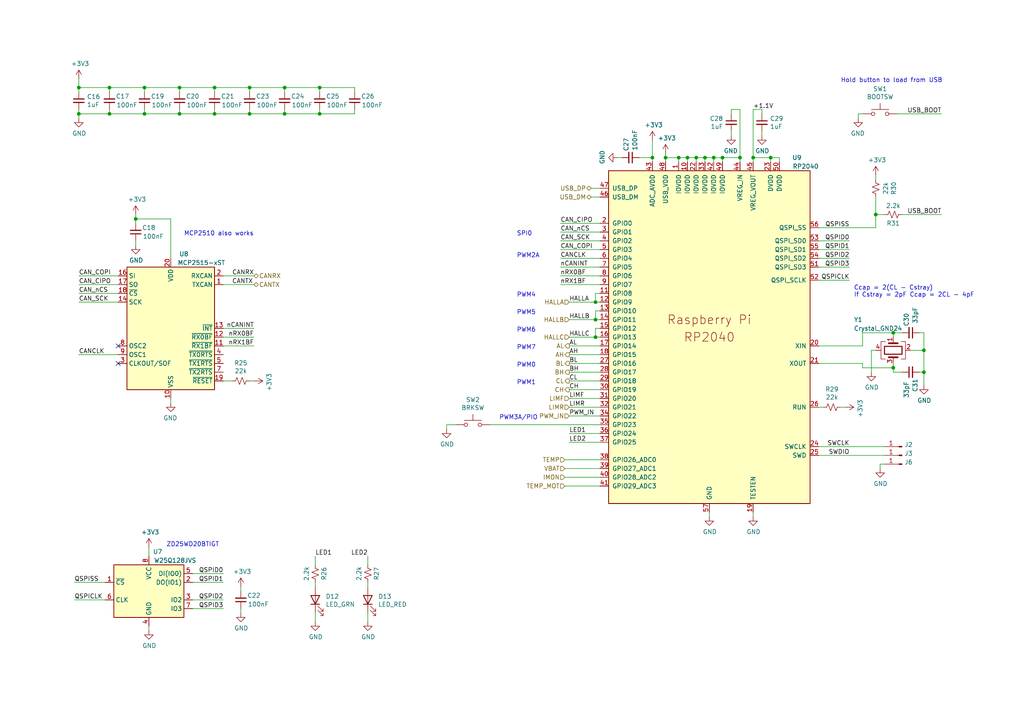
<source format=kicad_sch>
(kicad_sch (version 20211123) (generator eeschema)
  (paper "A4")
  (lib_symbols
    (symbol "Connector:Conn_01x01_Male" (pin_names (offset 1.016) hide)
      (property "Reference" "J" (at 0 2.54 0))
      (property "Value" "Conn_01x01_Male" (at 0 -2.54 0))
      (symbol "Conn_01x01_Male_1_1"
        (polyline (pts (xy 1.27 0) (xy 0.8636 0)) (stroke (width 0.1524)))
        (rectangle (start 0.8636 0.127) (end 0 -0.127) (stroke (width 0.1524)) (fill (type outline)))
        (pin passive line (at 5.08 0 180) (length 3.81) (name "Pin_1") (number "1"))
      )
    )
    (symbol "Device:C_Small" (pin_numbers hide) (pin_names (offset 0.254) hide)
      (property "Reference" "C" (at 0.254 1.778 0))
      (property "Value" "C_Small" (at 0.254 -2.032 0))
      (symbol "C_Small_0_1"
        (polyline (pts (xy -1.524 -0.508) (xy 1.524 -0.508)) (stroke (width 0.3302)))
        (polyline (pts (xy -1.524 0.508) (xy 1.524 0.508)) (stroke (width 0.3048)))
      )
      (symbol "C_Small_1_1"
        (pin passive line (at 0 2.54 270) (length 2.032) (name "~") (number "1"))
        (pin passive line (at 0 -2.54 90) (length 2.032) (name "~") (number "2"))
      )
    )
    (symbol "Device:Crystal_GND24" (pin_names (offset 1.016) hide)
      (property "Reference" "Y" (at 3.175 5.08 0))
      (property "Value" "Crystal_GND24" (at 3.175 3.175 0))
      (symbol "Crystal_GND24_0_1"
        (rectangle (start -1.143 2.54) (end 1.143 -2.54) (stroke (width 0.3048)))
        (polyline (pts (xy -2.54 0) (xy -2.032 0)))
        (polyline (pts (xy -2.032 -1.27) (xy -2.032 1.27)) (stroke (width 0.508)))
        (polyline (pts (xy 0 -3.81) (xy 0 -3.556)))
        (polyline (pts (xy 0 3.556) (xy 0 3.81)))
        (polyline (pts (xy 2.032 -1.27) (xy 2.032 1.27)) (stroke (width 0.508)))
        (polyline (pts (xy 2.032 0) (xy 2.54 0)))
        (polyline (pts (xy -2.54 -2.286) (xy -2.54 -3.556) (xy 2.54 -3.556) (xy 2.54 -2.286)))
        (polyline (pts (xy -2.54 2.286) (xy -2.54 3.556) (xy 2.54 3.556) (xy 2.54 2.286)))
      )
      (symbol "Crystal_GND24_1_1"
        (pin passive line (at -3.81 0 0) (length 1.27) (name "1") (number "1"))
        (pin passive line (at 0 5.08 270) (length 1.27) (name "2") (number "2"))
        (pin passive line (at 3.81 0 180) (length 1.27) (name "3") (number "3"))
        (pin passive line (at 0 -5.08 90) (length 1.27) (name "4") (number "4"))
      )
    )
    (symbol "Device:LED" (pin_numbers hide) (pin_names (offset 1.016) hide)
      (property "Reference" "D" (at 0 2.54 0))
      (property "Value" "LED" (at 0 -2.54 0))
      (symbol "LED_0_1"
        (polyline (pts (xy -1.27 -1.27) (xy -1.27 1.27)) (stroke (width 0.254)))
        (polyline (pts (xy -1.27 0) (xy 1.27 0)))
        (polyline (pts (xy 1.27 -1.27) (xy 1.27 1.27) (xy -1.27 0) (xy 1.27 -1.27)) (stroke (width 0.254)))
        (polyline (pts (xy -3.048 -0.762) (xy -4.572 -2.286) (xy -3.81 -2.286) (xy -4.572 -2.286) (xy -4.572 -1.524)))
        (polyline (pts (xy -1.778 -0.762) (xy -3.302 -2.286) (xy -2.54 -2.286) (xy -3.302 -2.286) (xy -3.302 -1.524)))
      )
      (symbol "LED_1_1"
        (pin passive line (at -3.81 0 0) (length 2.54) (name "K") (number "1"))
        (pin passive line (at 3.81 0 180) (length 2.54) (name "A") (number "2"))
      )
    )
    (symbol "Device:R_Small_US" (pin_numbers hide) (pin_names (offset 0.254) hide)
      (property "Reference" "R" (at 0.762 0.508 0))
      (property "Value" "R_Small_US" (at 0.762 -1.016 0))
      (symbol "R_Small_US_1_1"
        (polyline (pts (xy 0 0) (xy 1.016 -0.381) (xy 0 -0.762) (xy -1.016 -1.143) (xy 0 -1.524)))
        (polyline (pts (xy 0 1.524) (xy 1.016 1.143) (xy 0 0.762) (xy -1.016 0.381) (xy 0 0)))
        (pin passive line (at 0 2.54 270) (length 1.016) (name "~") (number "1"))
        (pin passive line (at 0 -2.54 90) (length 1.016) (name "~") (number "2"))
      )
    )
    (symbol "Interface_CAN_LIN:MCP2515-xST"
      (property "Reference" "U" (at -10.16 19.685 0))
      (property "Value" "MCP2515-xST" (at 19.05 20.32 0))
      (symbol "MCP2515-xST_0_1"
        (rectangle (start -12.7 17.78) (end 12.7 -17.78) (stroke (width 0.254)) (fill (type background)))
      )
      (symbol "MCP2515-xST_1_1"
        (pin output line (at 15.24 12.7 180) (length 2.54) (name "TXCAN") (number "1"))
        (pin power_in line (at 0 -20.32 90) (length 2.54) (name "VSS") (number "10"))
        (pin output line (at 15.24 -5.08 180) (length 2.54) (name "~{RX1BF}") (number "11"))
        (pin output line (at 15.24 -2.54 180) (length 2.54) (name "~{RX0BF}") (number "12"))
        (pin output line (at 15.24 0 180) (length 2.54) (name "~{INT}") (number "13"))
        (pin input line (at -15.24 7.62 0) (length 2.54) (name "SCK") (number "14"))
        (pin no_connect line (at -12.7 -2.54 0) (length 2.54) hide (name "NC") (number "15"))
        (pin input line (at -15.24 15.24 0) (length 2.54) (name "SI") (number "16"))
        (pin output line (at -15.24 12.7 0) (length 2.54) (name "SO") (number "17"))
        (pin input line (at -15.24 10.16 0) (length 2.54) (name "~{CS}") (number "18"))
        (pin input line (at 15.24 -15.24 180) (length 2.54) (name "~{RESET}") (number "19"))
        (pin input line (at 15.24 15.24 180) (length 2.54) (name "RXCAN") (number "2"))
        (pin power_in line (at 0 20.32 270) (length 2.54) (name "VDD") (number "20"))
        (pin output line (at -15.24 -10.16 0) (length 2.54) (name "CLKOUT/SOF") (number "3"))
        (pin input line (at 15.24 -7.62 180) (length 2.54) (name "~{TX0RTS}") (number "4"))
        (pin input line (at 15.24 -10.16 180) (length 2.54) (name "~{TX1RTS}") (number "5"))
        (pin no_connect line (at -12.7 0 0) (length 2.54) hide (name "NC") (number "6"))
        (pin input line (at 15.24 -12.7 180) (length 2.54) (name "~{TX2RTS}") (number "7"))
        (pin output line (at -15.24 -5.08 0) (length 2.54) (name "OSC2") (number "8"))
        (pin input line (at -15.24 -7.62 0) (length 2.54) (name "OSC1") (number "9"))
      )
    )
    (symbol "MCU_RaspberryPi_and_Boards:RP2040" (pin_names (offset 1.016))
      (property "Reference" "U" (at -29.21 49.53 0))
      (property "Value" "MCU_RaspberryPi_and_Boards_RP2040" (at 24.13 -49.53 0))
      (symbol "RP2040_0_0"
        (text "Raspberry Pi" (at 0 5.08 0) (effects (font (size 2.54 2.54))))
        (text "RP2040" (at 0 0 0) (effects (font (size 2.54 2.54))))
      )
      (symbol "RP2040_0_1"
        (rectangle (start 29.21 48.26) (end -29.21 -48.26) (stroke (width 0.254)) (fill (type background)))
      )
      (symbol "RP2040_1_1"
        (pin power_in line (at 8.89 50.8 270) (length 2.54) (name "IOVDD") (number "1"))
        (pin power_in line (at 6.35 50.8 270) (length 2.54) (name "IOVDD") (number "10"))
        (pin bidirectional line (at 31.75 12.7 180) (length 2.54) (name "GPIO8") (number "11"))
        (pin bidirectional line (at 31.75 10.16 180) (length 2.54) (name "GPIO9") (number "12"))
        (pin bidirectional line (at 31.75 7.62 180) (length 2.54) (name "GPIO10") (number "13"))
        (pin bidirectional line (at 31.75 5.08 180) (length 2.54) (name "GPIO11") (number "14"))
        (pin bidirectional line (at 31.75 2.54 180) (length 2.54) (name "GPIO12") (number "15"))
        (pin bidirectional line (at 31.75 0 180) (length 2.54) (name "GPIO13") (number "16"))
        (pin bidirectional line (at 31.75 -2.54 180) (length 2.54) (name "GPIO14") (number "17"))
        (pin bidirectional line (at 31.75 -5.08 180) (length 2.54) (name "GPIO15") (number "18"))
        (pin passive line (at -12.7 -50.8 90) (length 2.54) (name "TESTEN") (number "19"))
        (pin bidirectional line (at 31.75 33.02 180) (length 2.54) (name "GPIO0") (number "2"))
        (pin input line (at -31.75 -2.54 0) (length 2.54) (name "XIN") (number "20"))
        (pin passive line (at -31.75 -7.62 0) (length 2.54) (name "XOUT") (number "21"))
        (pin power_in line (at 3.81 50.8 270) (length 2.54) (name "IOVDD") (number "22"))
        (pin power_in line (at -17.78 50.8 270) (length 2.54) (name "DVDD") (number "23"))
        (pin output line (at -31.75 -31.75 0) (length 2.54) (name "SWCLK") (number "24"))
        (pin bidirectional line (at -31.75 -34.29 0) (length 2.54) (name "SWD") (number "25"))
        (pin input line (at -31.75 -20.32 0) (length 2.54) (name "RUN") (number "26"))
        (pin bidirectional line (at 31.75 -7.62 180) (length 2.54) (name "GPIO16") (number "27"))
        (pin bidirectional line (at 31.75 -10.16 180) (length 2.54) (name "GPIO17") (number "28"))
        (pin bidirectional line (at 31.75 -12.7 180) (length 2.54) (name "GPIO18") (number "29"))
        (pin bidirectional line (at 31.75 30.48 180) (length 2.54) (name "GPIO1") (number "3"))
        (pin bidirectional line (at 31.75 -15.24 180) (length 2.54) (name "GPIO19") (number "30"))
        (pin bidirectional line (at 31.75 -17.78 180) (length 2.54) (name "GPIO20") (number "31"))
        (pin bidirectional line (at 31.75 -20.32 180) (length 2.54) (name "GPIO21") (number "32"))
        (pin power_in line (at 1.27 50.8 270) (length 2.54) (name "IOVDD") (number "33"))
        (pin bidirectional line (at 31.75 -22.86 180) (length 2.54) (name "GPIO22") (number "34"))
        (pin bidirectional line (at 31.75 -25.4 180) (length 2.54) (name "GPIO23") (number "35"))
        (pin bidirectional line (at 31.75 -27.94 180) (length 2.54) (name "GPIO24") (number "36"))
        (pin bidirectional line (at 31.75 -30.48 180) (length 2.54) (name "GPIO25") (number "37"))
        (pin bidirectional line (at 31.75 -35.56 180) (length 2.54) (name "GPIO26_ADC0") (number "38"))
        (pin bidirectional line (at 31.75 -38.1 180) (length 2.54) (name "GPIO27_ADC1") (number "39"))
        (pin bidirectional line (at 31.75 27.94 180) (length 2.54) (name "GPIO2") (number "4"))
        (pin bidirectional line (at 31.75 -40.64 180) (length 2.54) (name "GPIO28_ADC2") (number "40"))
        (pin bidirectional line (at 31.75 -43.18 180) (length 2.54) (name "GPIO29_ADC3") (number "41"))
        (pin power_in line (at -1.27 50.8 270) (length 2.54) (name "IOVDD") (number "42"))
        (pin power_in line (at 16.51 50.8 270) (length 2.54) (name "ADC_AVDD") (number "43"))
        (pin power_in line (at -8.89 50.8 270) (length 2.54) (name "VREG_IN") (number "44"))
        (pin power_out line (at -12.7 50.8 270) (length 2.54) (name "VREG_VOUT") (number "45"))
        (pin bidirectional line (at 31.75 40.64 180) (length 2.54) (name "USB_DM") (number "46"))
        (pin bidirectional line (at 31.75 43.18 180) (length 2.54) (name "USB_DP") (number "47"))
        (pin power_in line (at 12.7 50.8 270) (length 2.54) (name "USB_VDD") (number "48"))
        (pin power_in line (at -3.81 50.8 270) (length 2.54) (name "IOVDD") (number "49"))
        (pin bidirectional line (at 31.75 25.4 180) (length 2.54) (name "GPIO3") (number "5"))
        (pin power_in line (at -20.32 50.8 270) (length 2.54) (name "DVDD") (number "50"))
        (pin bidirectional line (at -31.75 20.32 0) (length 2.54) (name "QSPI_SD3") (number "51"))
        (pin output line (at -31.75 16.51 0) (length 2.54) (name "QSPI_SCLK") (number "52"))
        (pin bidirectional line (at -31.75 27.94 0) (length 2.54) (name "QSPI_SD0") (number "53"))
        (pin bidirectional line (at -31.75 22.86 0) (length 2.54) (name "QSPI_SD2") (number "54"))
        (pin bidirectional line (at -31.75 25.4 0) (length 2.54) (name "QSPI_SD1") (number "55"))
        (pin bidirectional line (at -31.75 31.75 0) (length 2.54) (name "QSPI_SS") (number "56"))
        (pin power_in line (at 0 -50.8 90) (length 2.54) (name "GND") (number "57"))
        (pin bidirectional line (at 31.75 22.86 180) (length 2.54) (name "GPIO4") (number "6"))
        (pin bidirectional line (at 31.75 20.32 180) (length 2.54) (name "GPIO5") (number "7"))
        (pin bidirectional line (at 31.75 17.78 180) (length 2.54) (name "GPIO6") (number "8"))
        (pin bidirectional line (at 31.75 15.24 180) (length 2.54) (name "GPIO7") (number "9"))
      )
    )
    (symbol "Memory_Flash:W25Q128JVS"
      (property "Reference" "U" (at -8.89 8.89 0))
      (property "Value" "W25Q128JVS" (at 7.62 8.89 0))
      (symbol "W25Q128JVS_0_1"
        (rectangle (start -10.16 7.62) (end 10.16 -7.62) (stroke (width 0.254)) (fill (type background)))
      )
      (symbol "W25Q128JVS_1_1"
        (pin input line (at -12.7 2.54 0) (length 2.54) (name "~{CS}") (number "1"))
        (pin bidirectional line (at 12.7 2.54 180) (length 2.54) (name "DO(IO1)") (number "2"))
        (pin bidirectional line (at 12.7 -2.54 180) (length 2.54) (name "IO2") (number "3"))
        (pin power_in line (at 0 -10.16 90) (length 2.54) (name "GND") (number "4"))
        (pin bidirectional line (at 12.7 5.08 180) (length 2.54) (name "DI(IO0)") (number "5"))
        (pin input line (at -12.7 -2.54 0) (length 2.54) (name "CLK") (number "6"))
        (pin bidirectional line (at 12.7 -5.08 180) (length 2.54) (name "IO3") (number "7"))
        (pin power_in line (at 0 10.16 270) (length 2.54) (name "VCC") (number "8"))
      )
    )
    (symbol "Switch:SW_Push" (pin_numbers hide) (pin_names (offset 1.016) hide)
      (property "Reference" "SW" (at 1.27 2.54 0))
      (property "Value" "SW_Push" (at 0 -1.524 0))
      (symbol "SW_Push_0_1"
        (circle (center -2.032 0) (radius 0.508))
        (polyline (pts (xy 0 1.27) (xy 0 3.048)))
        (polyline (pts (xy 2.54 1.27) (xy -2.54 1.27)))
        (circle (center 2.032 0) (radius 0.508))
        (pin passive line (at -5.08 0 0) (length 2.54) (name "1") (number "1"))
        (pin passive line (at 5.08 0 180) (length 2.54) (name "2") (number "2"))
      )
    )
    (symbol "power:+3V3" (power) (pin_names (offset 0))
      (property "Value" "+3V3" (at 0 3.556 0))
      (symbol "+3V3_0_1"
        (polyline (pts (xy -0.762 1.27) (xy 0 2.54)))
        (polyline (pts (xy 0 0) (xy 0 2.54)))
        (polyline (pts (xy 0 2.54) (xy 0.762 1.27)))
      )
      (symbol "+3V3_1_1"
        (pin power_in line (at 0 0 90) (length 0) hide (name "+3V3") (number "1"))
      )
    )
    (symbol "power:GND" (power) (pin_names (offset 0))
      (property "Value" "GND" (at 0 -3.81 0))
      (symbol "GND_0_1"
        (polyline (pts (xy 0 0) (xy 0 -1.27) (xy 1.27 -1.27) (xy 0 -2.54) (xy -1.27 -1.27) (xy 0 -1.27)))
      )
      (symbol "GND_1_1"
        (pin power_in line (at 0 0 270) (length 0) hide (name "GND") (number "1"))
      )
    )
  )
  (junction (at 259.08 106.68))
  (junction (at 204.47 45.72))
  (junction (at 31.75 25.4))
  (junction (at 92.71 33.02))
  (junction (at 207.01 45.72))
  (junction (at 31.75 33.02))
  (junction (at 201.93 45.72))
  (junction (at 52.07 25.4))
  (junction (at 172.72 92.71))
  (junction (at 172.72 87.63))
  (junction (at 92.71 25.4))
  (junction (at 259.08 96.52))
  (junction (at 196.85 45.72))
  (junction (at 223.52 45.72))
  (junction (at 214.63 45.72))
  (junction (at 22.86 33.02))
  (junction (at 254 62.23))
  (junction (at 41.91 33.02))
  (junction (at 189.23 45.72))
  (junction (at 172.72 97.79))
  (junction (at 62.23 33.02))
  (junction (at 82.55 33.02))
  (junction (at 72.39 33.02))
  (junction (at 82.55 25.4))
  (junction (at 193.04 45.72))
  (junction (at 41.91 25.4))
  (junction (at 218.44 45.72))
  (junction (at 209.55 45.72))
  (junction (at 22.86 25.4))
  (junction (at 72.39 25.4))
  (junction (at 39.37 63.5))
  (junction (at 52.07 33.02))
  (junction (at 199.39 45.72))
  (junction (at 62.23 25.4))
  (junction (at 267.97 107.95))
  (junction (at 267.97 101.6))
  (no_connect (at 34.29 100.33))
  (no_connect (at 34.29 105.41))
  (wire (pts (xy 214.63 31.75) (xy 212.09 31.75)))
  (wire (pts (xy 172.72 97.79) (xy 173.99 97.79)))
  (wire (pts (xy 34.29 87.63) (xy 22.86 87.63)))
  (wire (pts (xy 21.59 173.99) (xy 30.48 173.99)))
  (wire (pts (xy 173.99 107.95) (xy 165.1 107.95)))
  (wire (pts (xy 254 62.23) (xy 254 57.15)))
  (wire (pts (xy 62.23 31.75) (xy 62.23 33.02)))
  (wire (pts (xy 106.68 177.8) (xy 106.68 180.34)))
  (wire (pts (xy 238.76 118.11) (xy 237.49 118.11)))
  (wire (pts (xy 173.99 102.87) (xy 165.1 102.87)))
  (wire (pts (xy 34.29 85.09) (xy 22.86 85.09)))
  (wire (pts (xy 250.19 106.68) (xy 259.08 106.68)))
  (wire (pts (xy 237.49 100.33) (xy 250.19 100.33)))
  (wire (pts (xy 62.23 26.67) (xy 62.23 25.4)))
  (wire (pts (xy 218.44 31.75) (xy 220.98 31.75)))
  (wire (pts (xy 39.37 62.23) (xy 39.37 63.5)))
  (wire (pts (xy 92.71 31.75) (xy 92.71 33.02)))
  (wire (pts (xy 237.49 66.04) (xy 254 66.04)))
  (wire (pts (xy 243.84 118.11) (xy 245.11 118.11)))
  (wire (pts (xy 52.07 25.4) (xy 62.23 25.4)))
  (wire (pts (xy 30.48 168.91) (xy 21.59 168.91)))
  (wire (pts (xy 193.04 44.45) (xy 193.04 45.72)))
  (wire (pts (xy 31.75 25.4) (xy 41.91 25.4)))
  (wire (pts (xy 64.77 82.55) (xy 73.66 82.55)))
  (wire (pts (xy 172.72 87.63) (xy 173.99 87.63)))
  (wire (pts (xy 220.98 31.75) (xy 220.98 33.02)))
  (wire (pts (xy 214.63 46.99) (xy 214.63 45.72)))
  (wire (pts (xy 218.44 31.75) (xy 218.44 45.72)))
  (wire (pts (xy 173.99 140.97) (xy 163.83 140.97)))
  (wire (pts (xy 259.08 106.68) (xy 259.08 105.41)))
  (wire (pts (xy 199.39 45.72) (xy 199.39 46.99)))
  (wire (pts (xy 173.99 67.31) (xy 162.56 67.31)))
  (wire (pts (xy 106.68 161.29) (xy 106.68 163.83)))
  (wire (pts (xy 266.7 107.95) (xy 267.97 107.95)))
  (wire (pts (xy 237.49 77.47) (xy 246.38 77.47)))
  (wire (pts (xy 91.44 168.91) (xy 91.44 170.18)))
  (wire (pts (xy 209.55 46.99) (xy 209.55 45.72)))
  (wire (pts (xy 132.08 123.19) (xy 129.54 123.19)))
  (wire (pts (xy 64.77 110.49) (xy 67.31 110.49)))
  (wire (pts (xy 41.91 31.75) (xy 41.91 33.02)))
  (wire (pts (xy 43.18 158.75) (xy 43.18 161.29)))
  (wire (pts (xy 223.52 45.72) (xy 223.52 46.99)))
  (wire (pts (xy 172.72 97.79) (xy 165.1 97.79)))
  (wire (pts (xy 165.1 100.33) (xy 173.99 100.33)))
  (wire (pts (xy 173.99 69.85) (xy 162.56 69.85)))
  (wire (pts (xy 196.85 46.99) (xy 196.85 45.72)))
  (wire (pts (xy 193.04 45.72) (xy 193.04 46.99)))
  (wire (pts (xy 237.49 105.41) (xy 250.19 105.41)))
  (wire (pts (xy 255.27 134.62) (xy 255.27 135.89)))
  (wire (pts (xy 173.99 105.41) (xy 165.1 105.41)))
  (wire (pts (xy 39.37 63.5) (xy 39.37 64.77)))
  (wire (pts (xy 162.56 80.01) (xy 173.99 80.01)))
  (wire (pts (xy 55.88 168.91) (xy 64.77 168.91)))
  (wire (pts (xy 259.08 96.52) (xy 250.19 96.52)))
  (wire (pts (xy 218.44 148.59) (xy 218.44 149.86)))
  (wire (pts (xy 82.55 33.02) (xy 92.71 33.02)))
  (wire (pts (xy 52.07 33.02) (xy 62.23 33.02)))
  (wire (pts (xy 173.99 95.25) (xy 172.72 95.25)))
  (wire (pts (xy 39.37 69.85) (xy 39.37 71.12)))
  (wire (pts (xy 180.34 45.72) (xy 179.07 45.72)))
  (wire (pts (xy 165.1 128.27) (xy 173.99 128.27)))
  (wire (pts (xy 172.72 87.63) (xy 165.1 87.63)))
  (wire (pts (xy 64.77 80.01) (xy 73.66 80.01)))
  (wire (pts (xy 172.72 92.71) (xy 165.1 92.71)))
  (wire (pts (xy 52.07 31.75) (xy 52.07 33.02)))
  (wire (pts (xy 64.77 100.33) (xy 73.66 100.33)))
  (wire (pts (xy 250.19 33.02) (xy 248.92 33.02)))
  (wire (pts (xy 49.53 63.5) (xy 49.53 74.93)))
  (wire (pts (xy 218.44 45.72) (xy 223.52 45.72)))
  (wire (pts (xy 22.86 33.02) (xy 22.86 34.29)))
  (wire (pts (xy 173.99 123.19) (xy 142.24 123.19)))
  (wire (pts (xy 52.07 26.67) (xy 52.07 25.4)))
  (wire (pts (xy 261.62 96.52) (xy 259.08 96.52)))
  (wire (pts (xy 254 101.6) (xy 252.73 101.6)))
  (wire (pts (xy 92.71 25.4) (xy 102.87 25.4)))
  (wire (pts (xy 237.49 69.85) (xy 246.38 69.85)))
  (wire (pts (xy 162.56 82.55) (xy 173.99 82.55)))
  (wire (pts (xy 69.85 170.18) (xy 69.85 171.45)))
  (wire (pts (xy 22.86 31.75) (xy 22.86 33.02)))
  (wire (pts (xy 64.77 95.25) (xy 73.66 95.25)))
  (wire (pts (xy 82.55 25.4) (xy 92.71 25.4)))
  (wire (pts (xy 55.88 166.37) (xy 64.77 166.37)))
  (wire (pts (xy 204.47 45.72) (xy 204.47 46.99)))
  (wire (pts (xy 266.7 96.52) (xy 267.97 96.52)))
  (wire (pts (xy 165.1 120.65) (xy 173.99 120.65)))
  (wire (pts (xy 91.44 177.8) (xy 91.44 180.34)))
  (wire (pts (xy 41.91 25.4) (xy 52.07 25.4)))
  (wire (pts (xy 173.99 57.15) (xy 171.45 57.15)))
  (wire (pts (xy 237.49 72.39) (xy 246.38 72.39)))
  (wire (pts (xy 172.72 95.25) (xy 172.72 97.79)))
  (wire (pts (xy 129.54 123.19) (xy 129.54 124.46)))
  (wire (pts (xy 173.99 54.61) (xy 171.45 54.61)))
  (wire (pts (xy 204.47 45.72) (xy 207.01 45.72)))
  (wire (pts (xy 39.37 63.5) (xy 49.53 63.5)))
  (wire (pts (xy 207.01 46.99) (xy 207.01 45.72)))
  (wire (pts (xy 246.38 81.28) (xy 237.49 81.28)))
  (wire (pts (xy 223.52 45.72) (xy 226.06 45.72)))
  (wire (pts (xy 218.44 45.72) (xy 218.44 46.99)))
  (wire (pts (xy 172.72 90.17) (xy 172.72 92.71)))
  (wire (pts (xy 172.72 92.71) (xy 173.99 92.71)))
  (wire (pts (xy 259.08 107.95) (xy 261.62 107.95)))
  (wire (pts (xy 237.49 74.93) (xy 246.38 74.93)))
  (wire (pts (xy 196.85 45.72) (xy 199.39 45.72)))
  (wire (pts (xy 259.08 97.79) (xy 259.08 96.52)))
  (wire (pts (xy 22.86 25.4) (xy 22.86 26.67)))
  (wire (pts (xy 201.93 45.72) (xy 204.47 45.72)))
  (wire (pts (xy 173.99 125.73) (xy 165.1 125.73)))
  (wire (pts (xy 91.44 161.29) (xy 91.44 163.83)))
  (wire (pts (xy 34.29 102.87) (xy 22.86 102.87)))
  (wire (pts (xy 212.09 38.1) (xy 212.09 39.37)))
  (wire (pts (xy 254 50.8) (xy 254 52.07)))
  (wire (pts (xy 82.55 26.67) (xy 82.55 25.4)))
  (wire (pts (xy 43.18 181.61) (xy 43.18 182.88)))
  (wire (pts (xy 69.85 176.53) (xy 69.85 177.8)))
  (wire (pts (xy 72.39 31.75) (xy 72.39 33.02)))
  (wire (pts (xy 267.97 96.52) (xy 267.97 101.6)))
  (wire (pts (xy 256.54 62.23) (xy 254 62.23)))
  (wire (pts (xy 165.1 115.57) (xy 173.99 115.57)))
  (wire (pts (xy 264.16 101.6) (xy 267.97 101.6)))
  (wire (pts (xy 165.1 118.11) (xy 173.99 118.11)))
  (wire (pts (xy 189.23 40.64) (xy 189.23 45.72)))
  (wire (pts (xy 201.93 46.99) (xy 201.93 45.72)))
  (wire (pts (xy 55.88 176.53) (xy 64.77 176.53)))
  (wire (pts (xy 189.23 45.72) (xy 185.42 45.72)))
  (wire (pts (xy 31.75 33.02) (xy 41.91 33.02)))
  (wire (pts (xy 102.87 26.67) (xy 102.87 25.4)))
  (wire (pts (xy 173.99 85.09) (xy 172.72 85.09)))
  (wire (pts (xy 173.99 133.35) (xy 163.83 133.35)))
  (wire (pts (xy 173.99 77.47) (xy 162.56 77.47)))
  (wire (pts (xy 173.99 113.03) (xy 165.1 113.03)))
  (wire (pts (xy 226.06 45.72) (xy 226.06 46.99)))
  (wire (pts (xy 189.23 46.99) (xy 189.23 45.72)))
  (wire (pts (xy 205.74 148.59) (xy 205.74 149.86)))
  (wire (pts (xy 267.97 107.95) (xy 267.97 111.76)))
  (wire (pts (xy 172.72 85.09) (xy 172.72 87.63)))
  (wire (pts (xy 237.49 129.54) (xy 256.54 129.54)))
  (wire (pts (xy 209.55 45.72) (xy 214.63 45.72)))
  (wire (pts (xy 55.88 173.99) (xy 64.77 173.99)))
  (wire (pts (xy 72.39 26.67) (xy 72.39 25.4)))
  (wire (pts (xy 173.99 64.77) (xy 162.56 64.77)))
  (wire (pts (xy 207.01 45.72) (xy 209.55 45.72)))
  (wire (pts (xy 261.62 62.23) (xy 273.05 62.23)))
  (wire (pts (xy 212.09 31.75) (xy 212.09 33.02)))
  (wire (pts (xy 41.91 26.67) (xy 41.91 25.4)))
  (wire (pts (xy 248.92 33.02) (xy 248.92 34.29)))
  (wire (pts (xy 41.91 33.02) (xy 52.07 33.02)))
  (wire (pts (xy 193.04 45.72) (xy 196.85 45.72)))
  (wire (pts (xy 237.49 132.08) (xy 256.54 132.08)))
  (wire (pts (xy 165.1 110.49) (xy 173.99 110.49)))
  (wire (pts (xy 163.83 138.43) (xy 173.99 138.43)))
  (wire (pts (xy 49.53 115.57) (xy 49.53 116.84)))
  (wire (pts (xy 72.39 25.4) (xy 82.55 25.4)))
  (wire (pts (xy 199.39 45.72) (xy 201.93 45.72)))
  (wire (pts (xy 92.71 25.4) (xy 92.71 26.67)))
  (wire (pts (xy 214.63 31.75) (xy 214.63 45.72)))
  (wire (pts (xy 22.86 22.86) (xy 22.86 25.4)))
  (wire (pts (xy 64.77 97.79) (xy 73.66 97.79)))
  (wire (pts (xy 252.73 101.6) (xy 252.73 107.95)))
  (wire (pts (xy 267.97 107.95) (xy 267.97 101.6)))
  (wire (pts (xy 62.23 33.02) (xy 72.39 33.02)))
  (wire (pts (xy 31.75 26.67) (xy 31.75 25.4)))
  (wire (pts (xy 62.23 25.4) (xy 72.39 25.4)))
  (wire (pts (xy 106.68 168.91) (xy 106.68 170.18)))
  (wire (pts (xy 173.99 74.93) (xy 162.56 74.93)))
  (wire (pts (xy 31.75 33.02) (xy 31.75 31.75)))
  (wire (pts (xy 250.19 96.52) (xy 250.19 100.33)))
  (wire (pts (xy 92.71 33.02) (xy 102.87 33.02)))
  (wire (pts (xy 34.29 82.55) (xy 22.86 82.55)))
  (wire (pts (xy 255.27 134.62) (xy 256.54 134.62)))
  (wire (pts (xy 22.86 33.02) (xy 31.75 33.02)))
  (wire (pts (xy 173.99 90.17) (xy 172.72 90.17)))
  (wire (pts (xy 259.08 106.68) (xy 259.08 107.95)))
  (wire (pts (xy 72.39 33.02) (xy 82.55 33.02)))
  (wire (pts (xy 31.75 25.4) (xy 22.86 25.4)))
  (wire (pts (xy 173.99 135.89) (xy 163.83 135.89)))
  (wire (pts (xy 82.55 31.75) (xy 82.55 33.02)))
  (wire (pts (xy 254 66.04) (xy 254 62.23)))
  (wire (pts (xy 34.29 80.01) (xy 22.86 80.01)))
  (wire (pts (xy 72.39 110.49) (xy 73.66 110.49)))
  (wire (pts (xy 260.35 33.02) (xy 273.05 33.02)))
  (wire (pts (xy 220.98 38.1) (xy 220.98 39.37)))
  (wire (pts (xy 250.19 105.41) (xy 250.19 106.68)))
  (wire (pts (xy 102.87 31.75) (xy 102.87 33.02)))
  (wire (pts (xy 173.99 72.39) (xy 162.56 72.39)))
  (text "Hold button to load from USB" (at 243.84 24.13 0) (effects (font (size 1.27 1.27)) (justify left bottom)))
  (text "PWM5" (at 149.86 91.44 0) (effects (font (size 1.27 1.27)) (justify left bottom)))
  (text "PWM7" (at 149.86 101.6 0) (effects (font (size 1.27 1.27)) (justify left bottom)))
  (text "PWM1" (at 149.86 111.76 0) (effects (font (size 1.27 1.27)) (justify left bottom)))
  (text "PWM3A/PIO" (at 144.78 121.92 0) (effects (font (size 1.27 1.27)) (justify left bottom)))
  (text "MCP2510 also works" (at 53.34 68.58 0) (effects (font (size 1.27 1.27)) (justify left bottom)))
  (text "PWM2A" (at 149.86 74.93 0) (effects (font (size 1.27 1.27)) (justify left bottom)))
  (text "Ccap = 2(CL - Cstray)\nIf Cstray = 2pF Ccap = 2CL - 4pF" (at 247.65 86.36 0) (effects (font (size 1.27 1.27)) (justify left bottom)))
  (text "PWM6" (at 149.86 96.52 0) (effects (font (size 1.27 1.27)) (justify left bottom)))
  (text "ZD25WD20BTIGT" (at 48.26 158.75 0) (effects (font (size 1.27 1.27)) (justify left bottom)))
  (text "SPI0" (at 149.86 68.58 0) (effects (font (size 1.27 1.27)) (justify left bottom)))
  (text "PWM0" (at 149.86 106.68 0) (effects (font (size 1.27 1.27)) (justify left bottom)))
  (text "PWM4" (at 149.86 86.36 0) (effects (font (size 1.27 1.27)) (justify left bottom)))
  (label "AL" (at 165.1 100.33 0))
  (label "USB_BOOT" (at 273.05 62.23 180))
  (label "BH" (at 165.1 107.95 0))
  (label "QSPID0" (at 246.38 69.85 180))
  (label "CAN_COPI" (at 162.56 72.39 0))
  (label "nRX1BF" (at 162.56 82.55 0))
  (label "HALLB" (at 165.1 92.71 0))
  (label "CAN_nCS" (at 162.56 67.31 0))
  (label "QSPICLK" (at 21.59 173.99 0))
  (label "LED2" (at 165.1 128.27 0))
  (label "QSPID3" (at 64.77 176.53 180))
  (label "QSPID1" (at 246.38 72.39 180))
  (label "LED2" (at 106.68 161.29 180))
  (label "BL" (at 165.1 105.41 0))
  (label "CAN_SCK" (at 162.56 69.85 0))
  (label "QSPID2" (at 246.38 74.93 180))
  (label "QSPICLK" (at 246.38 81.28 180))
  (label "AH" (at 165.1 102.87 0))
  (label "CAN_CIPO" (at 162.56 64.77 0))
  (label "CAN_SCK" (at 22.86 87.63 0))
  (label "CH" (at 165.1 113.03 0))
  (label "nRX0BF" (at 73.66 97.79 180))
  (label "QSPID0" (at 64.77 166.37 180))
  (label "+1.1V" (at 218.44 31.75 0))
  (label "QSPID3" (at 246.38 77.47 180))
  (label "LED1" (at 91.44 161.29 0))
  (label "CL" (at 165.1 110.49 0))
  (label "CANCLK" (at 22.86 102.87 0))
  (label "nCANINT" (at 162.56 77.47 0))
  (label "CANCLK" (at 162.56 74.93 0))
  (label "CANRX" (at 67.31 80.01 0))
  (label "nRX1BF" (at 73.66 100.33 180))
  (label "LED1" (at 165.1 125.73 0))
  (label "USB_BOOT" (at 273.05 33.02 180))
  (label "QSPID2" (at 64.77 173.99 180))
  (label "PWM_IN" (at 165.1 120.65 0))
  (label "CANTX" (at 67.31 82.55 0))
  (label "HALLA" (at 165.1 87.63 0))
  (label "QSPISS" (at 21.59 168.91 0))
  (label "SWDIO" (at 246.38 132.08 180))
  (label "QSPISS" (at 246.38 66.04 180))
  (label "HALLC" (at 165.1 97.79 0))
  (label "nRX0BF" (at 162.56 80.01 0))
  (label "QSPID1" (at 64.77 168.91 180))
  (label "nCANINT" (at 73.66 95.25 180))
  (label "LIMF" (at 165.1 115.57 0))
  (label "SWCLK" (at 246.38 129.54 180))
  (label "LIMR" (at 165.1 118.11 0))
  (label "CAN_nCS" (at 22.86 85.09 0))
  (label "CAN_CIPO" (at 22.86 82.55 0))
  (label "CAN_COPI" (at 22.86 80.01 0))
  (hierarchical_label "USB_DM" (shape bidirectional) (at 171.45 57.15 180))
  (hierarchical_label "TEMP" (shape input) (at 163.83 133.35 180))
  (hierarchical_label "BL" (shape output) (at 165.1 105.41 180))
  (hierarchical_label "AH" (shape output) (at 165.1 102.87 180))
  (hierarchical_label "CH" (shape output) (at 165.1 113.03 180))
  (hierarchical_label "CL" (shape output) (at 165.1 110.49 180))
  (hierarchical_label "HALLB" (shape input) (at 165.1 92.71 180))
  (hierarchical_label "IMON" (shape input) (at 163.83 138.43 180))
  (hierarchical_label "CANRX" (shape bidirectional) (at 73.66 80.01 0))
  (hierarchical_label "BH" (shape output) (at 165.1 107.95 180))
  (hierarchical_label "VBAT" (shape input) (at 163.83 135.89 180))
  (hierarchical_label "HALLA" (shape input) (at 165.1 87.63 180))
  (hierarchical_label "CANTX" (shape bidirectional) (at 73.66 82.55 0))
  (hierarchical_label "HALLC" (shape input) (at 165.1 97.79 180))
  (hierarchical_label "LIMF" (shape input) (at 165.1 115.57 180))
  (hierarchical_label "TEMP_MOT" (shape input) (at 163.83 140.97 180))
  (hierarchical_label "LIMR" (shape input) (at 165.1 118.11 180))
  (hierarchical_label "AL" (shape output) (at 165.1 100.33 180))
  (hierarchical_label "USB_DP" (shape bidirectional) (at 171.45 54.61 180))
  (hierarchical_label "PWM_IN" (shape input) (at 165.1 120.65 180))
  (symbol (lib_id "Switch:SW_Push") (at 137.16 123.19 0) (unit 1)
    (property "Reference" "SW2" (at 137.16 115.951 0))
    (property "Value" "BRKSW" (at 137.16 118.2624 0))
    (property "Footprint" "Button_Switch_THT:SW_PUSH_6mm_H4.3mm" (effects hide))
    (property "LCSC" "C2837531" (effects hide))
    (property "Height" "5mm" (effects hide))
  )
  (symbol (lib_id "power:GND") (at 129.54 124.46 0) (unit 1)
    (property "Reference" "#PWR0107" (effects hide))
    (property "Value" "GND" (at 129.667 128.8542 0))
  )
  (symbol (lib_id "MCU_RaspberryPi_and_Boards:RP2040") (at 205.74 97.79 0) (mirror y) (unit 1)
    (property "Reference" "U9" (at 231.14 45.72 0))
    (property "Value" "RP2040" (at 233.68 48.26 0))
    (property "Footprint" "MCU_RaspberryPi_and_Boards:RP2040-QFN-56" (effects hide))
    (property "LCSC" "C2040" (effects hide))
  )
  (symbol (lib_id "Device:C_Small") (at 31.75 29.21 180) (unit 1)
    (property "Reference" "C17" (at 35.56 27.94 0))
    (property "Value" "100nF" (at 36.83 30.48 0))
    (property "Footprint" "Capacitor_SMD:C_0402_1005Metric" (effects hide))
  )
  (symbol (lib_id "Connector:Conn_01x01_Male") (at 261.62 129.54 180) (unit 1)
    (property "Reference" "J2" (at 262.3312 128.9812 0) (effects (justify right)))
    (property "Value" "Conn_01x01_Male" (effects hide))
    (property "Footprint" "Anand_parts:SOLDERPAD_100x200" (effects hide))
  )
  (symbol (lib_id "power:+3V3") (at 22.86 22.86 0) (unit 1)
    (property "Reference" "#PWR0138" (effects hide))
    (property "Value" "+3V3" (at 23.241 18.4658 0))
  )
  (symbol (lib_id "power:GND") (at 22.86 34.29 0) (unit 1)
    (property "Reference" "#PWR0139" (effects hide))
    (property "Value" "GND" (at 22.987 38.6842 0))
  )
  (symbol (lib_id "Connector:Conn_01x01_Male") (at 261.62 132.08 180) (unit 1)
    (property "Reference" "J3" (at 262.3312 131.5212 0) (effects (justify right)))
    (property "Value" "Conn_01x01_Male" (effects hide))
    (property "Footprint" "Anand_parts:SOLDERPAD_100x200" (effects hide))
  )
  (symbol (lib_id "Connector:Conn_01x01_Male") (at 261.62 134.62 180) (unit 1)
    (property "Reference" "J6" (at 262.3312 134.0612 0) (effects (justify right)))
    (property "Value" "Conn_01x01_Male" (effects hide))
    (property "Footprint" "Anand_parts:SOLDERPAD_100x200" (effects hide))
  )
  (symbol (lib_id "power:GND") (at 205.74 149.86 0) (unit 1)
    (property "Reference" "#PWR0141" (effects hide))
    (property "Value" "GND" (at 205.867 154.2542 0))
  )
  (symbol (lib_id "Device:C_Small") (at 264.16 96.52 270) (unit 1)
    (property "Reference" "C30" (at 262.89 92.71 0))
    (property "Value" "33pF" (at 265.43 91.44 0))
    (property "Footprint" "Capacitor_SMD:C_0402_1005Metric" (effects hide))
  )
  (symbol (lib_id "Device:C_Small") (at 264.16 107.95 90) (unit 1)
    (property "Reference" "C31" (at 265.43 111.76 0))
    (property "Value" "33pF" (at 262.89 113.03 0))
    (property "Footprint" "Capacitor_SMD:C_0402_1005Metric" (effects hide))
  )
  (symbol (lib_id "power:+3V3") (at 245.11 118.11 270) (unit 1)
    (property "Reference" "#PWR0147" (effects hide))
    (property "Value" "+3V3" (at 249.5042 118.491 0))
  )
  (symbol (lib_id "power:GND") (at 218.44 149.86 0) (unit 1)
    (property "Reference" "#PWR0148" (effects hide))
    (property "Value" "GND" (at 218.567 154.2542 0))
  )
  (symbol (lib_id "Device:C_Small") (at 62.23 29.21 180) (unit 1)
    (property "Reference" "C21" (at 66.04 27.94 0))
    (property "Value" "100nF" (at 67.31 30.48 0))
    (property "Footprint" "Capacitor_SMD:C_0402_1005Metric" (effects hide))
  )
  (symbol (lib_id "Device:C_Small") (at 72.39 29.21 180) (unit 1)
    (property "Reference" "C23" (at 76.2 27.94 0))
    (property "Value" "100nF" (at 77.47 30.48 0))
    (property "Footprint" "Capacitor_SMD:C_0402_1005Metric" (effects hide))
  )
  (symbol (lib_id "Device:C_Small") (at 82.55 29.21 180) (unit 1)
    (property "Reference" "C24" (at 86.36 27.94 0))
    (property "Value" "100nF" (at 87.63 30.48 0))
    (property "Footprint" "Capacitor_SMD:C_0402_1005Metric" (effects hide))
  )
  (symbol (lib_id "Device:C_Small") (at 102.87 29.21 180) (unit 1)
    (property "Reference" "C26" (at 106.68 27.94 0))
    (property "Value" "100nF" (at 107.95 30.48 0))
    (property "Footprint" "Capacitor_SMD:C_0402_1005Metric" (effects hide))
  )
  (symbol (lib_id "power:GND") (at 220.98 39.37 0) (unit 1)
    (property "Reference" "#PWR0155" (effects hide))
    (property "Value" "GND" (at 221.107 43.7642 0))
  )
  (symbol (lib_id "Device:LED") (at 91.44 173.99 90) (unit 1)
    (property "Reference" "D12" (at 94.4372 172.9994 90) (effects (justify right)))
    (property "Value" "LED_GRN" (at 94.4372 175.3108 90) (effects (justify right)))
    (property "Footprint" "Diode_SMD:D_0603_1608Metric" (effects hide))
  )
  (symbol (lib_id "Device:LED") (at 106.68 173.99 90) (unit 1)
    (property "Reference" "D13" (at 109.6772 172.9994 90) (effects (justify right)))
    (property "Value" "LED_RED" (at 109.6772 175.3108 90) (effects (justify right)))
    (property "Footprint" "Diode_SMD:D_0603_1608Metric" (effects hide))
  )
  (symbol (lib_id "Device:R_Small_US") (at 106.68 166.37 180) (unit 1)
    (property "Reference" "R27" (at 109.22 166.37 90))
    (property "Value" "2.2k" (at 104.14 166.37 90))
    (property "Footprint" "Resistor_SMD:R_0402_1005Metric" (effects hide))
  )
  (symbol (lib_id "Device:C_Small") (at 220.98 35.56 0) (unit 1)
    (property "Reference" "C29" (at 223.3168 34.3916 0) (effects (justify left)))
    (property "Value" "1uF" (at 223.3168 36.703 0) (effects (justify left)))
    (property "Footprint" "Capacitor_SMD:C_0603_1608Metric" (effects hide))
    (property "LCSC" "C15849" (effects hide))
  )
  (symbol (lib_id "power:+3V3") (at 39.37 62.23 0) (unit 1)
    (property "Reference" "#PWR0162" (effects hide))
    (property "Value" "+3V3" (at 39.751 57.8358 0))
  )
  (symbol (lib_id "Device:R_Small_US") (at 69.85 110.49 90) (unit 1)
    (property "Reference" "R25" (at 69.85 105.283 90))
    (property "Value" "22k" (at 69.85 107.5944 90))
    (property "Footprint" "Resistor_SMD:R_0402_1005Metric" (effects hide))
  )
  (symbol (lib_id "power:+3V3") (at 254 50.8 0) (unit 1)
    (property "Reference" "#PWR0164" (effects hide))
    (property "Value" "+3V3" (at 254.381 46.4058 0))
  )
  (symbol (lib_id "Device:R_Small_US") (at 259.08 62.23 90) (unit 1)
    (property "Reference" "R31" (at 259.08 64.77 90))
    (property "Value" "2.2k" (at 259.08 59.69 90))
    (property "Footprint" "Resistor_SMD:R_0402_1005Metric" (effects hide))
  )
  (symbol (lib_id "Switch:SW_Push") (at 255.27 33.02 0) (unit 1)
    (property "Reference" "SW1" (at 255.27 25.781 0))
    (property "Value" "BOOTSW" (at 255.27 28.0924 0))
    (property "Footprint" "Button_Switch_THT:SW_PUSH_6mm_H4.3mm" (effects hide))
    (property "LCSC" "C2837531" (effects hide))
    (property "Height" "5mm" (effects hide))
  )
  (symbol (lib_id "power:GND") (at 248.92 34.29 0) (mirror y) (unit 1)
    (property "Reference" "#PWR0165" (effects hide))
    (property "Value" "GND" (at 248.793 38.6842 0))
  )
  (symbol (lib_id "Device:C_Small") (at 182.88 45.72 270) (unit 1)
    (property "Reference" "C27" (at 181.61 41.91 0))
    (property "Value" "100nF" (at 184.15 40.64 0))
    (property "Footprint" "Capacitor_SMD:C_0402_1005Metric" (effects hide))
  )
  (symbol (lib_id "Memory_Flash:W25Q128JVS") (at 43.18 171.45 0) (unit 1)
    (property "Reference" "U7" (at 45.72 160.02 0))
    (property "Value" "W25Q128JVS" (at 50.8 162.56 0))
    (property "Footprint" "Package_SO:SOIC-8_5.23x5.23mm_P1.27mm" (effects hide))
    (property "Datasheet" "http://www.winbond.com/resource-files/w25q128jv_dtr%20revc%2003272018%20plus.pdf" (effects hide))
    (property "LCSC" "C97521" (effects hide))
  )
  (symbol (lib_id "power:GND") (at 43.18 182.88 0) (unit 1)
    (property "Reference" "#PWR0140" (effects hide))
    (property "Value" "GND" (at 43.307 187.2742 0))
  )
  (symbol (lib_id "Device:C_Small") (at 69.85 173.99 180) (unit 1)
    (property "Reference" "C22" (at 73.66 172.72 0))
    (property "Value" "100nF" (at 74.93 175.26 0))
    (property "Footprint" "Capacitor_SMD:C_0402_1005Metric" (effects hide))
  )
  (symbol (lib_id "power:+3V3") (at 69.85 170.18 0) (unit 1)
    (property "Reference" "#PWR0143" (effects hide))
    (property "Value" "+3V3" (at 70.231 165.7858 0))
  )
  (symbol (lib_id "power:GND") (at 69.85 177.8 0) (unit 1)
    (property "Reference" "#PWR0142" (effects hide))
    (property "Value" "GND" (at 69.977 182.1942 0))
  )
  (symbol (lib_id "power:+3V3") (at 43.18 158.75 0) (unit 1)
    (property "Reference" "#PWR0144" (effects hide))
    (property "Value" "+3V3" (at 43.561 154.3558 0))
  )
  (symbol (lib_id "Device:Crystal_GND24") (at 259.08 101.6 270) (unit 1)
    (property "Reference" "Y1" (at 247.65 92.71 90) (effects (justify left)))
    (property "Value" "Crystal_GND24" (at 247.65 95.25 90) (effects (justify left)))
    (property "Footprint" "Crystal:Crystal_SMD_3225-4Pin_3.2x2.5mm" (effects hide))
    (property "LCSC" "C9002" (effects hide))
    (property "Cload" "20pF" (effects hide))
  )
  (symbol (lib_id "power:GND") (at 252.73 107.95 0) (unit 1)
    (property "Reference" "#PWR0145" (effects hide))
    (property "Value" "GND" (at 252.857 112.3442 0))
  )
  (symbol (lib_id "power:GND") (at 267.97 111.76 0) (unit 1)
    (property "Reference" "#PWR0146" (effects hide))
    (property "Value" "GND" (at 268.097 116.1542 0))
  )
  (symbol (lib_id "Device:R_Small_US") (at 241.3 118.11 90) (unit 1)
    (property "Reference" "R29" (at 241.3 112.903 90))
    (property "Value" "22k" (at 241.3 115.2144 90))
    (property "Footprint" "Resistor_SMD:R_0402_1005Metric" (effects hide))
  )
  (symbol (lib_id "Device:C_Small") (at 41.91 29.21 180) (unit 1)
    (property "Reference" "C19" (at 45.72 27.94 0))
    (property "Value" "100nF" (at 46.99 30.48 0))
    (property "Footprint" "Capacitor_SMD:C_0402_1005Metric" (effects hide))
  )
  (symbol (lib_id "Device:C_Small") (at 52.07 29.21 180) (unit 1)
    (property "Reference" "C20" (at 55.88 27.94 0))
    (property "Value" "100nF" (at 57.15 30.48 0))
    (property "Footprint" "Capacitor_SMD:C_0402_1005Metric" (effects hide))
  )
  (symbol (lib_id "Device:C_Small") (at 92.71 29.21 180) (unit 1)
    (property "Reference" "C25" (at 96.52 27.94 0))
    (property "Value" "100nF" (at 97.79 30.48 0))
    (property "Footprint" "Capacitor_SMD:C_0402_1005Metric" (effects hide))
  )
  (symbol (lib_id "power:+3V3") (at 193.04 44.45 0) (unit 1)
    (property "Reference" "#PWR0154" (effects hide))
    (property "Value" "+3V3" (at 193.421 40.0558 0))
  )
  (symbol (lib_id "power:GND") (at 255.27 135.89 0) (unit 1)
    (property "Reference" "#PWR0156" (effects hide))
    (property "Value" "GND" (at 255.397 140.2842 0))
  )
  (symbol (lib_id "power:GND") (at 91.44 180.34 0) (unit 1)
    (property "Reference" "#PWR0157" (effects hide))
    (property "Value" "GND" (at 91.567 184.7342 0))
  )
  (symbol (lib_id "Device:R_Small_US") (at 91.44 166.37 180) (unit 1)
    (property "Reference" "R26" (at 93.98 166.37 90))
    (property "Value" "2.2k" (at 88.9 166.37 90))
    (property "Footprint" "Resistor_SMD:R_0402_1005Metric" (effects hide))
  )
  (symbol (lib_id "power:GND") (at 106.68 180.34 0) (unit 1)
    (property "Reference" "#PWR0158" (effects hide))
    (property "Value" "GND" (at 106.807 184.7342 0))
  )
  (symbol (lib_id "Device:C_Small") (at 22.86 29.21 0) (unit 1)
    (property "Reference" "C16" (at 25.1968 28.0416 0) (effects (justify left)))
    (property "Value" "1uF" (at 25.1968 30.353 0) (effects (justify left)))
    (property "Footprint" "Capacitor_SMD:C_0603_1608Metric" (effects hide))
    (property "LCSC" "C15849" (effects hide))
  )
  (symbol (lib_id "power:GND") (at 212.09 39.37 0) (mirror y) (unit 1)
    (property "Reference" "#PWR0159" (effects hide))
    (property "Value" "GND" (at 211.963 43.7642 0))
  )
  (symbol (lib_id "Device:C_Small") (at 212.09 35.56 0) (mirror y) (unit 1)
    (property "Reference" "C28" (at 209.7532 34.3916 0) (effects (justify left)))
    (property "Value" "1uF" (at 209.7532 36.703 0) (effects (justify left)))
    (property "Footprint" "Capacitor_SMD:C_0603_1608Metric" (effects hide))
    (property "LCSC" "C15849" (effects hide))
  )
  (symbol (lib_id "Interface_CAN_LIN:MCP2515-xST") (at 49.53 95.25 0) (unit 1)
    (property "Reference" "U8" (at 53.34 73.66 0))
    (property "Value" "MCP2515-xST" (at 58.42 76.2 0))
    (property "Footprint" "Package_SO:TSSOP-20_4.4x6.5mm_P0.65mm" (effects hide))
    (property "Datasheet" "http://ww1.microchip.com/downloads/en/DeviceDoc/21801e.pdf" (effects hide))
    (property "LCSC" "C185941" (effects hide))
  )
  (symbol (lib_id "power:GND") (at 49.53 116.84 0) (mirror y) (unit 1)
    (property "Reference" "#PWR0160" (effects hide))
    (property "Value" "GND" (at 49.403 121.2342 0))
  )
  (symbol (lib_id "Device:C_Small") (at 39.37 67.31 180) (unit 1)
    (property "Reference" "C18" (at 43.18 66.04 0))
    (property "Value" "100nF" (at 44.45 68.58 0))
    (property "Footprint" "Capacitor_SMD:C_0402_1005Metric" (effects hide))
  )
  (symbol (lib_id "power:GND") (at 39.37 71.12 0) (unit 1)
    (property "Reference" "#PWR0161" (effects hide))
    (property "Value" "GND" (at 39.497 75.5142 0))
  )
  (symbol (lib_id "power:+3V3") (at 73.66 110.49 270) (unit 1)
    (property "Reference" "#PWR0163" (effects hide))
    (property "Value" "+3V3" (at 78.0542 110.871 0))
  )
  (symbol (lib_id "Device:R_Small_US") (at 254 54.61 0) (unit 1)
    (property "Reference" "R30" (at 259.207 54.61 90))
    (property "Value" "22k" (at 256.8956 54.61 90))
    (property "Footprint" "Resistor_SMD:R_0402_1005Metric" (effects hide))
  )
  (symbol (lib_id "power:+3V3") (at 189.23 40.64 0) (unit 1)
    (property "Reference" "#PWR0166" (effects hide))
    (property "Value" "+3V3" (at 189.611 36.2458 0))
  )
  (symbol (lib_id "power:GND") (at 179.07 45.72 270) (mirror x) (unit 1)
    (property "Reference" "#PWR0167" (effects hide))
    (property "Value" "GND" (at 174.6758 45.593 0))
  )
)
</source>
